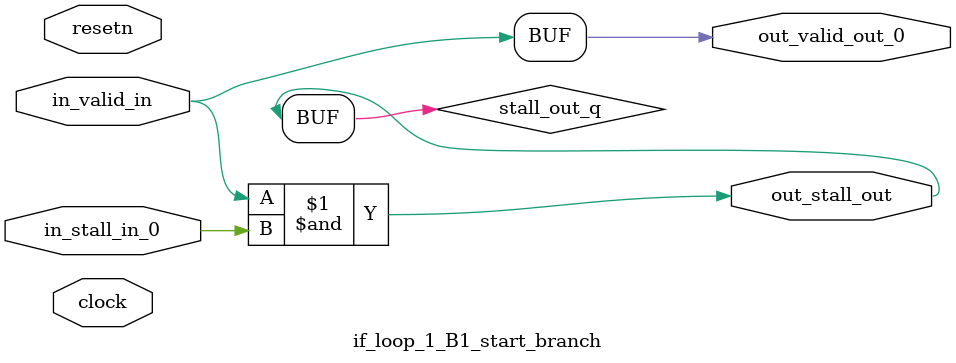
<source format=sv>



(* altera_attribute = "-name AUTO_SHIFT_REGISTER_RECOGNITION OFF; -name MESSAGE_DISABLE 10036; -name MESSAGE_DISABLE 10037; -name MESSAGE_DISABLE 14130; -name MESSAGE_DISABLE 14320; -name MESSAGE_DISABLE 15400; -name MESSAGE_DISABLE 14130; -name MESSAGE_DISABLE 10036; -name MESSAGE_DISABLE 12020; -name MESSAGE_DISABLE 12030; -name MESSAGE_DISABLE 12010; -name MESSAGE_DISABLE 12110; -name MESSAGE_DISABLE 14320; -name MESSAGE_DISABLE 13410; -name MESSAGE_DISABLE 113007; -name MESSAGE_DISABLE 10958" *)
module if_loop_1_B1_start_branch (
    input wire [0:0] in_stall_in_0,
    input wire [0:0] in_valid_in,
    output wire [0:0] out_stall_out,
    output wire [0:0] out_valid_out_0,
    input wire clock,
    input wire resetn
    );

    wire [0:0] stall_out_q;


    // stall_out(LOGICAL,6)
    assign stall_out_q = in_valid_in & in_stall_in_0;

    // out_stall_out(GPOUT,4)
    assign out_stall_out = stall_out_q;

    // out_valid_out_0(GPOUT,5)
    assign out_valid_out_0 = in_valid_in;

endmodule

</source>
